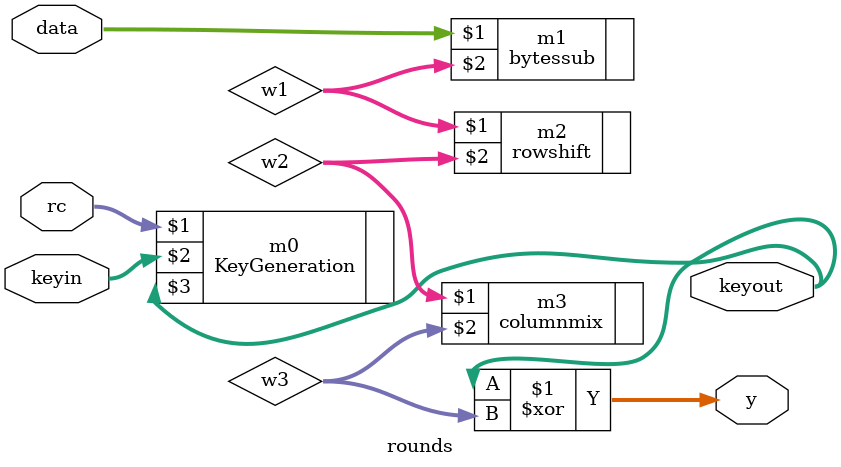
<source format=v>

module rounds(rc,data,keyin,keyout,y);

input [3:0]rc;
input [127:0]data;
input [127:0]keyin;
output [127:0]keyout;
output [127:0]y;

wire [127:0] w1,w2,w3;

KeyGeneration m0(rc,keyin,keyout);  // generates key 
bytessub m1(data,w1);// converts data using substitution table
rowshift m2(w1,w2);
columnmix m3(w2,w3);
assign y=keyout^w3;

endmodule
</source>
